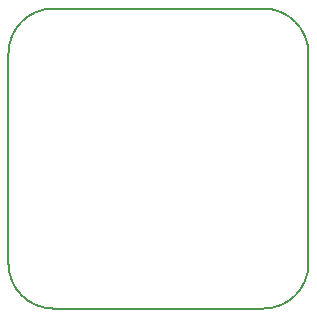
<source format=gm1>
G04 #@! TF.FileFunction,Profile,NP*
%FSLAX46Y46*%
G04 Gerber Fmt 4.6, Leading zero omitted, Abs format (unit mm)*
G04 Created by KiCad (PCBNEW 4.0.2-4+6225~38~ubuntu15.04.1-stable) date Wed Mar  2 16:10:37 2016*
%MOMM*%
G01*
G04 APERTURE LIST*
%ADD10C,0.050800*%
%ADD11C,0.150000*%
G04 APERTURE END LIST*
D10*
D11*
X3810000Y25400000D02*
G75*
G03X0Y21590000I0J-3810000D01*
G01*
X0Y3810000D02*
G75*
G03X3810000Y0I3810000J0D01*
G01*
X21590000Y0D02*
G75*
G03X25400000Y3810000I0J3810000D01*
G01*
X25400000Y21590000D02*
G75*
G03X21590000Y25400000I-3810000J0D01*
G01*
X0Y3810000D02*
X0Y21590000D01*
X21590000Y0D02*
X3810000Y0D01*
X25400000Y21590000D02*
X25400000Y3810000D01*
X3810000Y25400000D02*
X21590000Y25400000D01*
M02*

</source>
